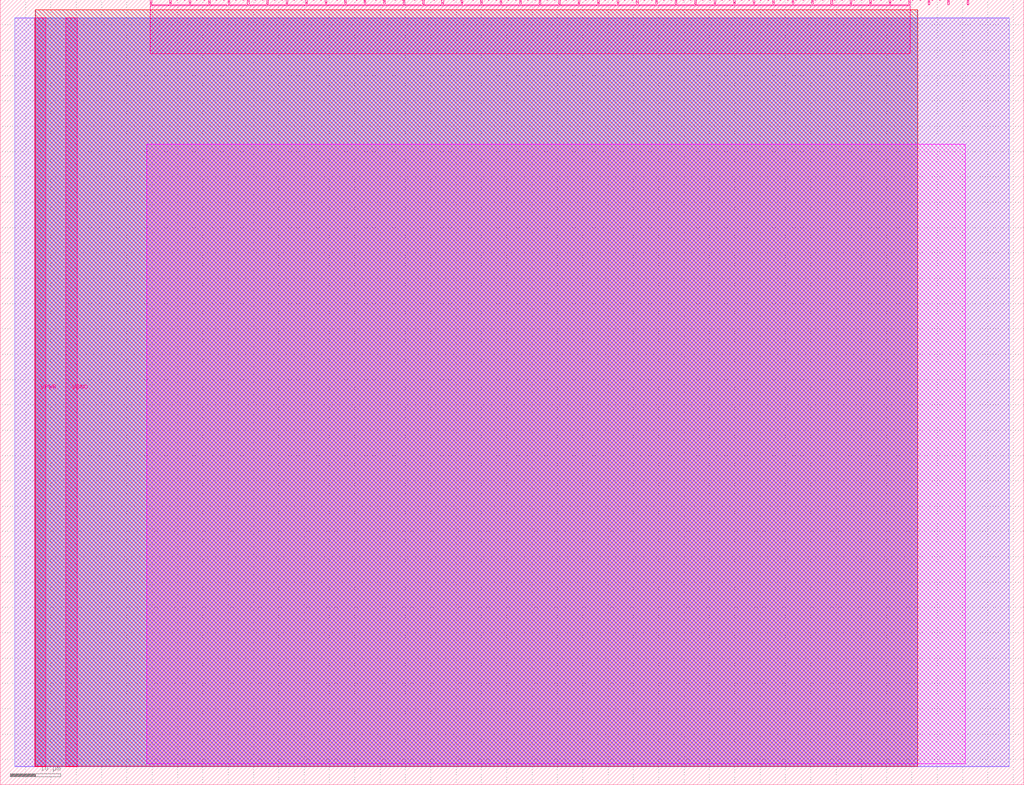
<source format=lef>
VERSION 5.7 ;
  NOWIREEXTENSIONATPIN ON ;
  DIVIDERCHAR "/" ;
  BUSBITCHARS "[]" ;
MACRO tt_um_blptrk_weaving02
  CLASS BLOCK ;
  FOREIGN tt_um_blptrk_weaving02 ;
  ORIGIN 0.000 0.000 ;
  SIZE 202.080 BY 154.980 ;
  PIN VGND
    DIRECTION INOUT ;
    USE GROUND ;
    PORT
      LAYER Metal5 ;
        RECT 12.980 3.560 15.180 151.420 ;
    END
  END VGND
  PIN VPWR
    DIRECTION INOUT ;
    USE POWER ;
    PORT
      LAYER Metal5 ;
        RECT 6.780 3.560 8.980 151.420 ;
    END
  END VPWR
  PIN clk
    DIRECTION INPUT ;
    USE SIGNAL ;
    PORT
      LAYER Metal5 ;
        RECT 187.050 153.980 187.350 154.980 ;
    END
  END clk
  PIN ena
    DIRECTION INPUT ;
    USE SIGNAL ;
    PORT
      LAYER Metal5 ;
        RECT 190.890 153.980 191.190 154.980 ;
    END
  END ena
  PIN rst_n
    DIRECTION INPUT ;
    USE SIGNAL ;
    PORT
      LAYER Metal5 ;
        RECT 183.210 153.980 183.510 154.980 ;
    END
  END rst_n
  PIN ui_in[0]
    DIRECTION INPUT ;
    USE SIGNAL ;
    ANTENNAGATEAREA 0.180700 ;
    PORT
      LAYER Metal5 ;
        RECT 179.370 153.980 179.670 154.980 ;
    END
  END ui_in[0]
  PIN ui_in[1]
    DIRECTION INPUT ;
    USE SIGNAL ;
    ANTENNAGATEAREA 0.180700 ;
    PORT
      LAYER Metal5 ;
        RECT 175.530 153.980 175.830 154.980 ;
    END
  END ui_in[1]
  PIN ui_in[2]
    DIRECTION INPUT ;
    USE SIGNAL ;
    ANTENNAGATEAREA 0.180700 ;
    PORT
      LAYER Metal5 ;
        RECT 171.690 153.980 171.990 154.980 ;
    END
  END ui_in[2]
  PIN ui_in[3]
    DIRECTION INPUT ;
    USE SIGNAL ;
    ANTENNAGATEAREA 0.180700 ;
    PORT
      LAYER Metal5 ;
        RECT 167.850 153.980 168.150 154.980 ;
    END
  END ui_in[3]
  PIN ui_in[4]
    DIRECTION INPUT ;
    USE SIGNAL ;
    ANTENNAGATEAREA 0.180700 ;
    PORT
      LAYER Metal5 ;
        RECT 164.010 153.980 164.310 154.980 ;
    END
  END ui_in[4]
  PIN ui_in[5]
    DIRECTION INPUT ;
    USE SIGNAL ;
    ANTENNAGATEAREA 0.180700 ;
    PORT
      LAYER Metal5 ;
        RECT 160.170 153.980 160.470 154.980 ;
    END
  END ui_in[5]
  PIN ui_in[6]
    DIRECTION INPUT ;
    USE SIGNAL ;
    ANTENNAGATEAREA 0.180700 ;
    PORT
      LAYER Metal5 ;
        RECT 156.330 153.980 156.630 154.980 ;
    END
  END ui_in[6]
  PIN ui_in[7]
    DIRECTION INPUT ;
    USE SIGNAL ;
    ANTENNAGATEAREA 0.180700 ;
    PORT
      LAYER Metal5 ;
        RECT 152.490 153.980 152.790 154.980 ;
    END
  END ui_in[7]
  PIN uio_in[0]
    DIRECTION INPUT ;
    USE SIGNAL ;
    ANTENNAGATEAREA 0.180700 ;
    PORT
      LAYER Metal5 ;
        RECT 148.650 153.980 148.950 154.980 ;
    END
  END uio_in[0]
  PIN uio_in[1]
    DIRECTION INPUT ;
    USE SIGNAL ;
    ANTENNAGATEAREA 0.180700 ;
    PORT
      LAYER Metal5 ;
        RECT 144.810 153.980 145.110 154.980 ;
    END
  END uio_in[1]
  PIN uio_in[2]
    DIRECTION INPUT ;
    USE SIGNAL ;
    ANTENNAGATEAREA 0.180700 ;
    PORT
      LAYER Metal5 ;
        RECT 140.970 153.980 141.270 154.980 ;
    END
  END uio_in[2]
  PIN uio_in[3]
    DIRECTION INPUT ;
    USE SIGNAL ;
    ANTENNAGATEAREA 0.180700 ;
    PORT
      LAYER Metal5 ;
        RECT 137.130 153.980 137.430 154.980 ;
    END
  END uio_in[3]
  PIN uio_in[4]
    DIRECTION INPUT ;
    USE SIGNAL ;
    ANTENNAGATEAREA 0.180700 ;
    PORT
      LAYER Metal5 ;
        RECT 133.290 153.980 133.590 154.980 ;
    END
  END uio_in[4]
  PIN uio_in[5]
    DIRECTION INPUT ;
    USE SIGNAL ;
    ANTENNAGATEAREA 0.180700 ;
    PORT
      LAYER Metal5 ;
        RECT 129.450 153.980 129.750 154.980 ;
    END
  END uio_in[5]
  PIN uio_in[6]
    DIRECTION INPUT ;
    USE SIGNAL ;
    ANTENNAGATEAREA 0.180700 ;
    PORT
      LAYER Metal5 ;
        RECT 125.610 153.980 125.910 154.980 ;
    END
  END uio_in[6]
  PIN uio_in[7]
    DIRECTION INPUT ;
    USE SIGNAL ;
    ANTENNAGATEAREA 0.180700 ;
    PORT
      LAYER Metal5 ;
        RECT 121.770 153.980 122.070 154.980 ;
    END
  END uio_in[7]
  PIN uio_oe[0]
    DIRECTION OUTPUT ;
    USE SIGNAL ;
    ANTENNADIFFAREA 0.299200 ;
    PORT
      LAYER Metal5 ;
        RECT 56.490 153.980 56.790 154.980 ;
    END
  END uio_oe[0]
  PIN uio_oe[1]
    DIRECTION OUTPUT ;
    USE SIGNAL ;
    ANTENNADIFFAREA 0.299200 ;
    PORT
      LAYER Metal5 ;
        RECT 52.650 153.980 52.950 154.980 ;
    END
  END uio_oe[1]
  PIN uio_oe[2]
    DIRECTION OUTPUT ;
    USE SIGNAL ;
    ANTENNADIFFAREA 0.299200 ;
    PORT
      LAYER Metal5 ;
        RECT 48.810 153.980 49.110 154.980 ;
    END
  END uio_oe[2]
  PIN uio_oe[3]
    DIRECTION OUTPUT ;
    USE SIGNAL ;
    ANTENNADIFFAREA 0.299200 ;
    PORT
      LAYER Metal5 ;
        RECT 44.970 153.980 45.270 154.980 ;
    END
  END uio_oe[3]
  PIN uio_oe[4]
    DIRECTION OUTPUT ;
    USE SIGNAL ;
    ANTENNADIFFAREA 0.299200 ;
    PORT
      LAYER Metal5 ;
        RECT 41.130 153.980 41.430 154.980 ;
    END
  END uio_oe[4]
  PIN uio_oe[5]
    DIRECTION OUTPUT ;
    USE SIGNAL ;
    ANTENNADIFFAREA 0.299200 ;
    PORT
      LAYER Metal5 ;
        RECT 37.290 153.980 37.590 154.980 ;
    END
  END uio_oe[5]
  PIN uio_oe[6]
    DIRECTION OUTPUT ;
    USE SIGNAL ;
    ANTENNADIFFAREA 0.299200 ;
    PORT
      LAYER Metal5 ;
        RECT 33.450 153.980 33.750 154.980 ;
    END
  END uio_oe[6]
  PIN uio_oe[7]
    DIRECTION OUTPUT ;
    USE SIGNAL ;
    ANTENNADIFFAREA 0.299200 ;
    PORT
      LAYER Metal5 ;
        RECT 29.610 153.980 29.910 154.980 ;
    END
  END uio_oe[7]
  PIN uio_out[0]
    DIRECTION OUTPUT ;
    USE SIGNAL ;
    ANTENNADIFFAREA 0.299200 ;
    PORT
      LAYER Metal5 ;
        RECT 87.210 153.980 87.510 154.980 ;
    END
  END uio_out[0]
  PIN uio_out[1]
    DIRECTION OUTPUT ;
    USE SIGNAL ;
    ANTENNADIFFAREA 0.299200 ;
    PORT
      LAYER Metal5 ;
        RECT 83.370 153.980 83.670 154.980 ;
    END
  END uio_out[1]
  PIN uio_out[2]
    DIRECTION OUTPUT ;
    USE SIGNAL ;
    ANTENNADIFFAREA 0.299200 ;
    PORT
      LAYER Metal5 ;
        RECT 79.530 153.980 79.830 154.980 ;
    END
  END uio_out[2]
  PIN uio_out[3]
    DIRECTION OUTPUT ;
    USE SIGNAL ;
    ANTENNADIFFAREA 0.299200 ;
    PORT
      LAYER Metal5 ;
        RECT 75.690 153.980 75.990 154.980 ;
    END
  END uio_out[3]
  PIN uio_out[4]
    DIRECTION OUTPUT ;
    USE SIGNAL ;
    ANTENNADIFFAREA 0.299200 ;
    PORT
      LAYER Metal5 ;
        RECT 71.850 153.980 72.150 154.980 ;
    END
  END uio_out[4]
  PIN uio_out[5]
    DIRECTION OUTPUT ;
    USE SIGNAL ;
    ANTENNADIFFAREA 0.299200 ;
    PORT
      LAYER Metal5 ;
        RECT 68.010 153.980 68.310 154.980 ;
    END
  END uio_out[5]
  PIN uio_out[6]
    DIRECTION OUTPUT ;
    USE SIGNAL ;
    ANTENNADIFFAREA 0.299200 ;
    PORT
      LAYER Metal5 ;
        RECT 64.170 153.980 64.470 154.980 ;
    END
  END uio_out[6]
  PIN uio_out[7]
    DIRECTION OUTPUT ;
    USE SIGNAL ;
    ANTENNADIFFAREA 0.299200 ;
    PORT
      LAYER Metal5 ;
        RECT 60.330 153.980 60.630 154.980 ;
    END
  END uio_out[7]
  PIN uo_out[0]
    DIRECTION OUTPUT ;
    USE SIGNAL ;
    ANTENNADIFFAREA 0.706400 ;
    PORT
      LAYER Metal5 ;
        RECT 117.930 153.980 118.230 154.980 ;
    END
  END uo_out[0]
  PIN uo_out[1]
    DIRECTION OUTPUT ;
    USE SIGNAL ;
    ANTENNADIFFAREA 0.706400 ;
    PORT
      LAYER Metal5 ;
        RECT 114.090 153.980 114.390 154.980 ;
    END
  END uo_out[1]
  PIN uo_out[2]
    DIRECTION OUTPUT ;
    USE SIGNAL ;
    ANTENNADIFFAREA 0.706400 ;
    PORT
      LAYER Metal5 ;
        RECT 110.250 153.980 110.550 154.980 ;
    END
  END uo_out[2]
  PIN uo_out[3]
    DIRECTION OUTPUT ;
    USE SIGNAL ;
    ANTENNADIFFAREA 0.733200 ;
    PORT
      LAYER Metal5 ;
        RECT 106.410 153.980 106.710 154.980 ;
    END
  END uo_out[3]
  PIN uo_out[4]
    DIRECTION OUTPUT ;
    USE SIGNAL ;
    ANTENNADIFFAREA 0.733200 ;
    PORT
      LAYER Metal5 ;
        RECT 102.570 153.980 102.870 154.980 ;
    END
  END uo_out[4]
  PIN uo_out[5]
    DIRECTION OUTPUT ;
    USE SIGNAL ;
    ANTENNADIFFAREA 0.733200 ;
    PORT
      LAYER Metal5 ;
        RECT 98.730 153.980 99.030 154.980 ;
    END
  END uo_out[5]
  PIN uo_out[6]
    DIRECTION OUTPUT ;
    USE SIGNAL ;
    ANTENNADIFFAREA 0.733200 ;
    PORT
      LAYER Metal5 ;
        RECT 94.890 153.980 95.190 154.980 ;
    END
  END uo_out[6]
  PIN uo_out[7]
    DIRECTION OUTPUT ;
    USE SIGNAL ;
    ANTENNADIFFAREA 0.733200 ;
    PORT
      LAYER Metal5 ;
        RECT 91.050 153.980 91.350 154.980 ;
    END
  END uo_out[7]
  OBS
      LAYER GatPoly ;
        RECT 2.880 3.630 199.200 151.350 ;
      LAYER Metal1 ;
        RECT 2.880 3.560 199.200 151.420 ;
      LAYER Metal2 ;
        RECT 6.915 3.680 181.105 151.300 ;
      LAYER Metal3 ;
        RECT 6.960 3.635 181.060 153.025 ;
      LAYER Metal4 ;
        RECT 6.915 3.680 181.105 152.980 ;
      LAYER Metal5 ;
        RECT 30.120 153.770 33.240 153.980 ;
        RECT 33.960 153.770 37.080 153.980 ;
        RECT 37.800 153.770 40.920 153.980 ;
        RECT 41.640 153.770 44.760 153.980 ;
        RECT 45.480 153.770 48.600 153.980 ;
        RECT 49.320 153.770 52.440 153.980 ;
        RECT 53.160 153.770 56.280 153.980 ;
        RECT 57.000 153.770 60.120 153.980 ;
        RECT 60.840 153.770 63.960 153.980 ;
        RECT 64.680 153.770 67.800 153.980 ;
        RECT 68.520 153.770 71.640 153.980 ;
        RECT 72.360 153.770 75.480 153.980 ;
        RECT 76.200 153.770 79.320 153.980 ;
        RECT 80.040 153.770 83.160 153.980 ;
        RECT 83.880 153.770 87.000 153.980 ;
        RECT 87.720 153.770 90.840 153.980 ;
        RECT 91.560 153.770 94.680 153.980 ;
        RECT 95.400 153.770 98.520 153.980 ;
        RECT 99.240 153.770 102.360 153.980 ;
        RECT 103.080 153.770 106.200 153.980 ;
        RECT 106.920 153.770 110.040 153.980 ;
        RECT 110.760 153.770 113.880 153.980 ;
        RECT 114.600 153.770 117.720 153.980 ;
        RECT 118.440 153.770 121.560 153.980 ;
        RECT 122.280 153.770 125.400 153.980 ;
        RECT 126.120 153.770 129.240 153.980 ;
        RECT 129.960 153.770 133.080 153.980 ;
        RECT 133.800 153.770 136.920 153.980 ;
        RECT 137.640 153.770 140.760 153.980 ;
        RECT 141.480 153.770 144.600 153.980 ;
        RECT 145.320 153.770 148.440 153.980 ;
        RECT 149.160 153.770 152.280 153.980 ;
        RECT 153.000 153.770 156.120 153.980 ;
        RECT 156.840 153.770 159.960 153.980 ;
        RECT 160.680 153.770 163.800 153.980 ;
        RECT 164.520 153.770 167.640 153.980 ;
        RECT 168.360 153.770 171.480 153.980 ;
        RECT 172.200 153.770 175.320 153.980 ;
        RECT 176.040 153.770 179.160 153.980 ;
        RECT 29.660 144.335 179.620 153.770 ;
      LAYER TopMetal1 ;
        RECT 28.955 4.125 190.540 126.405 ;
  END
END tt_um_blptrk_weaving02
END LIBRARY


</source>
